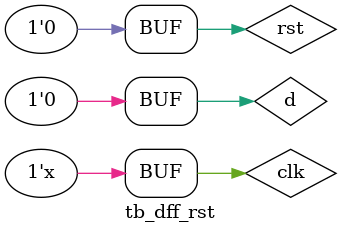
<source format=v>
module tb_dff_rst;

reg d,clk,rst;
wire q;

dff_rst_async d1 (.d(d),.clk(clk),.rst(rst),.q(q));

initial
	clk=1'b0;
always
	#5 clk=~clk;

initial
begin
	rst = 1'b0;
	#10 rst=1'b1;
	#40 rst=1'b0;
end

initial
begin
	d=1'b0;
	#10 d=1'b1;
	#7 d=1'b0;
	#23 d=1'b1;
	#47 d=1'b0;
end

initial
$monitor($time,"clk=%b,d=%b,rst=%b,q=%b",clk,d,rst,q);
endmodule

</source>
